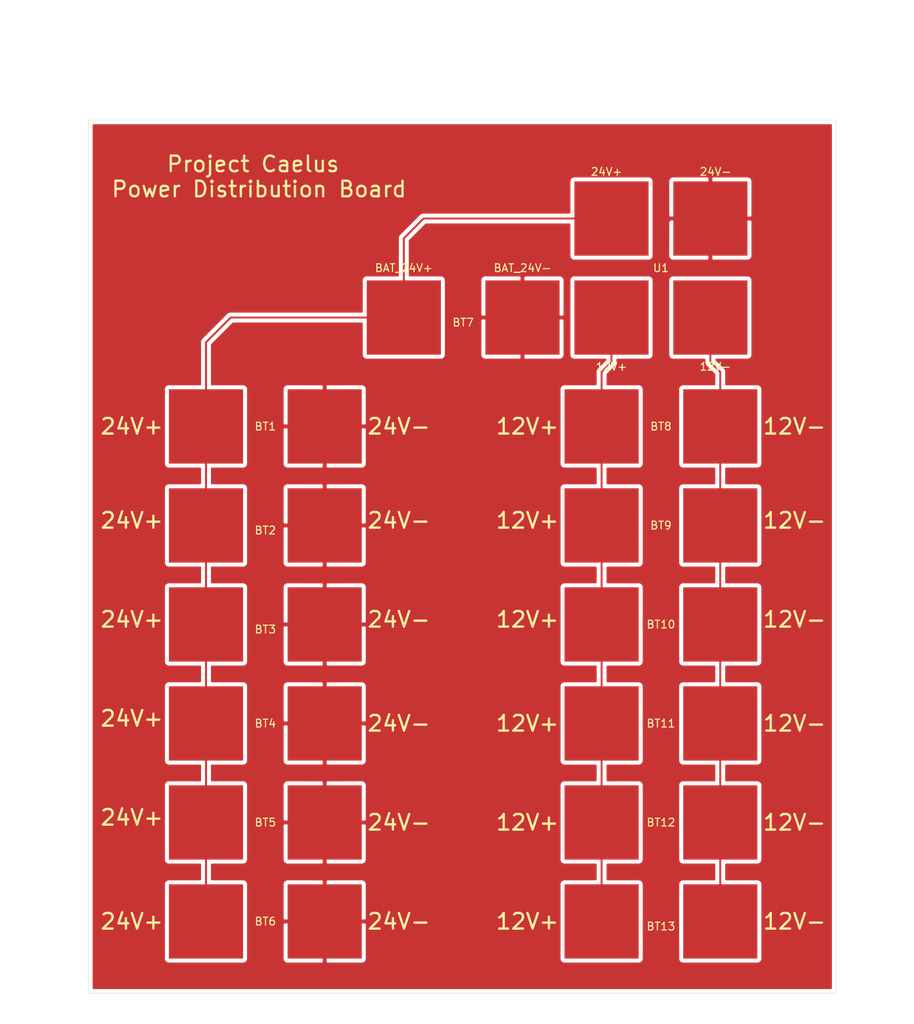
<source format=kicad_pcb>
(kicad_pcb (version 20171130) (host pcbnew "(5.1.10)-1")

  (general
    (thickness 1.6)
    (drawings 35)
    (tracks 42)
    (zones 0)
    (modules 14)
    (nets 5)
  )

  (page A4)
  (layers
    (0 F.Cu signal)
    (31 B.Cu signal)
    (32 B.Adhes user)
    (33 F.Adhes user)
    (34 B.Paste user)
    (35 F.Paste user)
    (36 B.SilkS user)
    (37 F.SilkS user)
    (38 B.Mask user)
    (39 F.Mask user)
    (40 Dwgs.User user)
    (41 Cmts.User user)
    (42 Eco1.User user)
    (43 Eco2.User user)
    (44 Edge.Cuts user)
    (45 Margin user)
    (46 B.CrtYd user)
    (47 F.CrtYd user)
    (48 B.Fab user)
    (49 F.Fab user)
  )

  (setup
    (last_trace_width 0.25)
    (user_trace_width 24.3)
    (trace_clearance 0.2)
    (zone_clearance 0.508)
    (zone_45_only no)
    (trace_min 0.2)
    (via_size 0.8)
    (via_drill 0.4)
    (via_min_size 0.4)
    (via_min_drill 0.3)
    (uvia_size 0.3)
    (uvia_drill 0.1)
    (uvias_allowed no)
    (uvia_min_size 0.2)
    (uvia_min_drill 0.1)
    (edge_width 0.05)
    (segment_width 0.2)
    (pcb_text_width 0.3)
    (pcb_text_size 1.5 1.5)
    (mod_edge_width 0.12)
    (mod_text_size 1 1)
    (mod_text_width 0.15)
    (pad_size 1.524 1.524)
    (pad_drill 0.762)
    (pad_to_mask_clearance 0)
    (aux_axis_origin 0 0)
    (visible_elements 7FFFF7FF)
    (pcbplotparams
      (layerselection 0x010fc_ffffffff)
      (usegerberextensions false)
      (usegerberattributes true)
      (usegerberadvancedattributes true)
      (creategerberjobfile true)
      (excludeedgelayer true)
      (linewidth 0.100000)
      (plotframeref false)
      (viasonmask false)
      (mode 1)
      (useauxorigin false)
      (hpglpennumber 1)
      (hpglpenspeed 20)
      (hpglpendiameter 15.000000)
      (psnegative false)
      (psa4output false)
      (plotreference true)
      (plotvalue true)
      (plotinvisibletext false)
      (padsonsilk false)
      (subtractmaskfromsilk false)
      (outputformat 1)
      (mirror false)
      (drillshape 1)
      (scaleselection 1)
      (outputdirectory ""))
  )

  (net 0 "")
  (net 1 "Net-(BT1-Pad2)")
  (net 2 "Net-(BT1-Pad1)")
  (net 3 "Net-(BT10-Pad2)")
  (net 4 "Net-(BT10-Pad1)")

  (net_class Default "This is the default net class."
    (clearance 0.2)
    (trace_width 0.25)
    (via_dia 0.8)
    (via_drill 0.4)
    (uvia_dia 0.3)
    (uvia_drill 0.1)
    (add_net "Net-(BT1-Pad1)")
    (add_net "Net-(BT1-Pad2)")
    (add_net "Net-(BT10-Pad1)")
    (add_net "Net-(BT10-Pad2)")
  )

  (module Launchbox:Lipo_Battery_Connector (layer F.Cu) (tedit 5F641BA3) (tstamp 60082FA5)
    (at 132.715 74.295)
    (path /6007DDED)
    (fp_text reference BT1 (at 0 0) (layer F.SilkS)
      (effects (font (size 1 1) (thickness 0.15)))
    )
    (fp_text value Battery_Cell (at 0 -5.715) (layer F.Fab)
      (effects (font (size 1 1) (thickness 0.15)))
    )
    (pad 2 smd rect (at 7.62 0) (size 9.525 9.525) (layers F.Cu F.Paste F.Mask)
      (net 1 "Net-(BT1-Pad2)"))
    (pad 1 smd rect (at -7.62 0) (size 9.525 9.525) (layers F.Cu F.Paste F.Mask)
      (net 2 "Net-(BT1-Pad1)"))
  )

  (module Launchbox:Lipo_Battery_Connector (layer F.Cu) (tedit 5F641BA3) (tstamp 60082F96)
    (at 132.715 86.995)
    (path /6007ED22)
    (fp_text reference BT2 (at 0 0.635) (layer F.SilkS)
      (effects (font (size 1 1) (thickness 0.15)))
    )
    (fp_text value Battery_Cell (at 0 -5.715) (layer F.Fab)
      (effects (font (size 1 1) (thickness 0.15)))
    )
    (pad 1 smd rect (at -7.62 0) (size 9.525 9.525) (layers F.Cu F.Paste F.Mask)
      (net 2 "Net-(BT1-Pad1)"))
    (pad 2 smd rect (at 7.62 0) (size 9.525 9.525) (layers F.Cu F.Paste F.Mask)
      (net 1 "Net-(BT1-Pad2)"))
  )

  (module Launchbox:Lipo_Battery_Connector (layer F.Cu) (tedit 5F641BA3) (tstamp 60082F87)
    (at 132.715 99.695)
    (path /6007F32E)
    (fp_text reference BT3 (at 0 0.635) (layer F.SilkS)
      (effects (font (size 1 1) (thickness 0.15)))
    )
    (fp_text value Battery_Cell (at 0.08 -5.715) (layer F.Fab)
      (effects (font (size 1 1) (thickness 0.15)))
    )
    (pad 2 smd rect (at 7.62 0) (size 9.525 9.525) (layers F.Cu F.Paste F.Mask)
      (net 1 "Net-(BT1-Pad2)"))
    (pad 1 smd rect (at -7.62 0) (size 9.525 9.525) (layers F.Cu F.Paste F.Mask)
      (net 2 "Net-(BT1-Pad1)"))
  )

  (module Launchbox:Lipo_Battery_Connector (layer F.Cu) (tedit 5F641BA3) (tstamp 60082F78)
    (at 132.715 112.395)
    (path /6007F8E5)
    (fp_text reference BT4 (at 0 0) (layer F.SilkS)
      (effects (font (size 1 1) (thickness 0.15)))
    )
    (fp_text value Battery_Cell (at 0.08 -5.715) (layer F.Fab)
      (effects (font (size 1 1) (thickness 0.15)))
    )
    (pad 1 smd rect (at -7.62 0) (size 9.525 9.525) (layers F.Cu F.Paste F.Mask)
      (net 2 "Net-(BT1-Pad1)"))
    (pad 2 smd rect (at 7.62 0) (size 9.525 9.525) (layers F.Cu F.Paste F.Mask)
      (net 1 "Net-(BT1-Pad2)"))
  )

  (module Launchbox:Lipo_Battery_Connector (layer F.Cu) (tedit 5F641BA3) (tstamp 60082F69)
    (at 132.715 125.095)
    (path /6007FEA6)
    (fp_text reference BT5 (at 0 0) (layer F.SilkS)
      (effects (font (size 1 1) (thickness 0.15)))
    )
    (fp_text value Battery_Cell (at 0.08 -5.715) (layer F.Fab)
      (effects (font (size 1 1) (thickness 0.15)))
    )
    (pad 2 smd rect (at 7.62 0) (size 9.525 9.525) (layers F.Cu F.Paste F.Mask)
      (net 1 "Net-(BT1-Pad2)"))
    (pad 1 smd rect (at -7.62 0) (size 9.525 9.525) (layers F.Cu F.Paste F.Mask)
      (net 2 "Net-(BT1-Pad1)"))
  )

  (module Launchbox:Lipo_Battery_Connector (layer F.Cu) (tedit 5F641BA3) (tstamp 60082F5A)
    (at 132.715 137.795)
    (path /60080593)
    (fp_text reference BT6 (at 0 0) (layer F.SilkS)
      (effects (font (size 1 1) (thickness 0.15)))
    )
    (fp_text value Battery_Cell (at 0.08 -5.715) (layer F.Fab)
      (effects (font (size 1 1) (thickness 0.15)))
    )
    (pad 1 smd rect (at -7.62 0) (size 9.525 9.525) (layers F.Cu F.Paste F.Mask)
      (net 2 "Net-(BT1-Pad1)"))
    (pad 2 smd rect (at 7.62 0) (size 9.525 9.525) (layers F.Cu F.Paste F.Mask)
      (net 1 "Net-(BT1-Pad2)"))
  )

  (module Launchbox:Lipo_Battery_Connector (layer F.Cu) (tedit 5F641BA3) (tstamp 60082F4B)
    (at 158.115 60.325)
    (path /6007C6D3)
    (fp_text reference BT7 (at 0 0.635) (layer F.SilkS)
      (effects (font (size 1 1) (thickness 0.15)))
    )
    (fp_text value Battery_Cell (at 0.08 -5.715) (layer F.Fab)
      (effects (font (size 1 1) (thickness 0.15)))
    )
    (pad 1 smd rect (at -7.62 0) (size 9.525 9.525) (layers F.Cu F.Paste F.Mask)
      (net 2 "Net-(BT1-Pad1)"))
    (pad 2 smd rect (at 7.62 0) (size 9.525 9.525) (layers F.Cu F.Paste F.Mask)
      (net 1 "Net-(BT1-Pad2)"))
  )

  (module Launchbox:Lipo_Battery_Connector (layer F.Cu) (tedit 5F641BA3) (tstamp 60082F3C)
    (at 183.515 74.295)
    (path /600844CE)
    (fp_text reference BT8 (at 0 0) (layer F.SilkS)
      (effects (font (size 1 1) (thickness 0.15)))
    )
    (fp_text value Battery_Cell (at 0.08 -5.715) (layer F.Fab)
      (effects (font (size 1 1) (thickness 0.15)))
    )
    (pad 2 smd rect (at 7.62 0) (size 9.525 9.525) (layers F.Cu F.Paste F.Mask)
      (net 3 "Net-(BT10-Pad2)"))
    (pad 1 smd rect (at -7.62 0) (size 9.525 9.525) (layers F.Cu F.Paste F.Mask)
      (net 4 "Net-(BT10-Pad1)"))
  )

  (module Launchbox:Lipo_Battery_Connector (layer F.Cu) (tedit 5F641BA3) (tstamp 60082F2D)
    (at 183.515 86.995)
    (path /600854B1)
    (fp_text reference BT9 (at 0 0) (layer F.SilkS)
      (effects (font (size 1 1) (thickness 0.15)))
    )
    (fp_text value Battery_Cell (at 0 -5.715) (layer F.Fab)
      (effects (font (size 1 1) (thickness 0.15)))
    )
    (pad 1 smd rect (at -7.62 0) (size 9.525 9.525) (layers F.Cu F.Paste F.Mask)
      (net 4 "Net-(BT10-Pad1)"))
    (pad 2 smd rect (at 7.62 0) (size 9.525 9.525) (layers F.Cu F.Paste F.Mask)
      (net 3 "Net-(BT10-Pad2)"))
  )

  (module Launchbox:Lipo_Battery_Connector (layer F.Cu) (tedit 5F641BA3) (tstamp 60082F1E)
    (at 183.515 99.695)
    (path /60085CAA)
    (fp_text reference BT10 (at 0 0) (layer F.SilkS)
      (effects (font (size 1 1) (thickness 0.15)))
    )
    (fp_text value Battery_Cell (at 0 -5.715) (layer F.Fab)
      (effects (font (size 1 1) (thickness 0.15)))
    )
    (pad 2 smd rect (at 7.62 0) (size 9.525 9.525) (layers F.Cu F.Paste F.Mask)
      (net 3 "Net-(BT10-Pad2)"))
    (pad 1 smd rect (at -7.62 0) (size 9.525 9.525) (layers F.Cu F.Paste F.Mask)
      (net 4 "Net-(BT10-Pad1)"))
  )

  (module Launchbox:Lipo_Battery_Connector (layer F.Cu) (tedit 5F641BA3) (tstamp 60082EEE)
    (at 183.515 112.395)
    (path /600868C9)
    (fp_text reference BT11 (at 0 0) (layer F.SilkS)
      (effects (font (size 1 1) (thickness 0.15)))
    )
    (fp_text value Battery_Cell (at 0 -5.715) (layer F.Fab)
      (effects (font (size 1 1) (thickness 0.15)))
    )
    (pad 1 smd rect (at -7.62 0) (size 9.525 9.525) (layers F.Cu F.Paste F.Mask)
      (net 4 "Net-(BT10-Pad1)"))
    (pad 2 smd rect (at 7.62 0) (size 9.525 9.525) (layers F.Cu F.Paste F.Mask)
      (net 3 "Net-(BT10-Pad2)"))
  )

  (module Launchbox:Lipo_Battery_Connector (layer F.Cu) (tedit 5F641BA3) (tstamp 60082ED0)
    (at 183.515 125.095)
    (path /60087571)
    (fp_text reference BT12 (at 0 0) (layer F.SilkS)
      (effects (font (size 1 1) (thickness 0.15)))
    )
    (fp_text value Battery_Cell (at 0.08 -5.715) (layer F.Fab)
      (effects (font (size 1 1) (thickness 0.15)))
    )
    (pad 2 smd rect (at 7.62 0) (size 9.525 9.525) (layers F.Cu F.Paste F.Mask)
      (net 3 "Net-(BT10-Pad2)"))
    (pad 1 smd rect (at -7.62 0) (size 9.525 9.525) (layers F.Cu F.Paste F.Mask)
      (net 4 "Net-(BT10-Pad1)"))
  )

  (module Launchbox:Lipo_Battery_Connector (layer F.Cu) (tedit 5F641BA3) (tstamp 60082EDF)
    (at 183.515 137.795)
    (path /60088029)
    (fp_text reference BT13 (at 0 0.635) (layer F.SilkS)
      (effects (font (size 1 1) (thickness 0.15)))
    )
    (fp_text value Battery_Cell (at 0.08 -5.715) (layer F.Fab)
      (effects (font (size 1 1) (thickness 0.15)))
    )
    (pad 1 smd rect (at -7.62 0) (size 9.525 9.525) (layers F.Cu F.Paste F.Mask)
      (net 4 "Net-(BT10-Pad1)"))
    (pad 2 smd rect (at 7.62 0) (size 9.525 9.525) (layers F.Cu F.Paste F.Mask)
      (net 3 "Net-(BT10-Pad2)"))
  )

  (module Launchbox:24V_12V_Regulator (layer F.Cu) (tedit 6007CE30) (tstamp 60082F03)
    (at 183.515 47.625)
    (path /60089A8B)
    (fp_text reference U1 (at 0 6.35) (layer F.SilkS)
      (effects (font (size 1 1) (thickness 0.15)))
    )
    (fp_text value 24V_12V_Regulator (at 0 -7.62) (layer F.Fab)
      (effects (font (size 1 1) (thickness 0.15)))
    )
    (fp_text user 24V+ (at -6.985 -6) (layer F.SilkS)
      (effects (font (size 1 1) (thickness 0.15)))
    )
    (fp_text user 24V- (at 7 -6) (layer F.SilkS)
      (effects (font (size 1 1) (thickness 0.15)))
    )
    (fp_text user 12V+ (at -6.35 19) (layer F.SilkS)
      (effects (font (size 1 1) (thickness 0.15)))
    )
    (fp_text user 12V- (at 6.985 19) (layer F.SilkS)
      (effects (font (size 1 1) (thickness 0.15)))
    )
    (pad 1 smd rect (at -6.35 0) (size 9.525 9.525) (layers F.Cu F.Paste F.Mask)
      (net 2 "Net-(BT1-Pad1)"))
    (pad 2 smd rect (at 6.35 0) (size 9.525 9.525) (layers F.Cu F.Paste F.Mask)
      (net 1 "Net-(BT1-Pad2)"))
    (pad 3 smd rect (at -6.35 12.7) (size 9.525 9.525) (layers F.Cu F.Paste F.Mask)
      (net 4 "Net-(BT10-Pad1)"))
    (pad 4 smd rect (at 6.35 12.7) (size 9.525 9.525) (layers F.Cu F.Paste F.Mask)
      (net 3 "Net-(BT10-Pad2)"))
  )

  (dimension 112 (width 0.15) (layer Dwgs.User)
    (gr_text "4.4094 in" (at 214.66 91 270) (layer Dwgs.User)
      (effects (font (size 1 1) (thickness 0.15)))
    )
    (feature1 (pts (xy 206 147) (xy 213.946421 147)))
    (feature2 (pts (xy 206 35) (xy 213.946421 35)))
    (crossbar (pts (xy 213.36 35) (xy 213.36 147)))
    (arrow1a (pts (xy 213.36 147) (xy 212.773579 145.873496)))
    (arrow1b (pts (xy 213.36 147) (xy 213.946421 145.873496)))
    (arrow2a (pts (xy 213.36 35) (xy 212.773579 36.126504)))
    (arrow2b (pts (xy 213.36 35) (xy 213.946421 36.126504)))
  )
  (dimension 96 (width 0.15) (layer Dwgs.User)
    (gr_text "3.7795 in" (at 158 26.64) (layer Dwgs.User)
      (effects (font (size 1 1) (thickness 0.15)))
    )
    (feature1 (pts (xy 206 35) (xy 206 27.353579)))
    (feature2 (pts (xy 110 35) (xy 110 27.353579)))
    (crossbar (pts (xy 110 27.94) (xy 206 27.94)))
    (arrow1a (pts (xy 206 27.94) (xy 204.873496 28.526421)))
    (arrow1b (pts (xy 206 27.94) (xy 204.873496 27.353579)))
    (arrow2a (pts (xy 110 27.94) (xy 111.126504 28.526421)))
    (arrow2b (pts (xy 110 27.94) (xy 111.126504 27.353579)))
  )
  (dimension 112 (width 0.15) (layer Dwgs.User)
    (gr_text "112.000 mm" (at 210.85 91 270) (layer Dwgs.User)
      (effects (font (size 1 1) (thickness 0.15)))
    )
    (feature1 (pts (xy 206 147) (xy 210.136421 147)))
    (feature2 (pts (xy 206 35) (xy 210.136421 35)))
    (crossbar (pts (xy 209.55 35) (xy 209.55 147)))
    (arrow1a (pts (xy 209.55 147) (xy 208.963579 145.873496)))
    (arrow1b (pts (xy 209.55 147) (xy 210.136421 145.873496)))
    (arrow2a (pts (xy 209.55 35) (xy 208.963579 36.126504)))
    (arrow2b (pts (xy 209.55 35) (xy 210.136421 36.126504)))
  )
  (dimension 96 (width 0.15) (layer Dwgs.User)
    (gr_text "96.000 mm" (at 158 20.29) (layer Dwgs.User)
      (effects (font (size 1 1) (thickness 0.15)))
    )
    (feature1 (pts (xy 206 35) (xy 206 21.003579)))
    (feature2 (pts (xy 110 35) (xy 110 21.003579)))
    (crossbar (pts (xy 110 21.59) (xy 206 21.59)))
    (arrow1a (pts (xy 206 21.59) (xy 204.873496 22.176421)))
    (arrow1b (pts (xy 206 21.59) (xy 204.873496 21.003579)))
    (arrow2a (pts (xy 110 21.59) (xy 111.126504 22.176421)))
    (arrow2b (pts (xy 110 21.59) (xy 111.126504 21.003579)))
  )
  (gr_text "Project Caelus \nPower Distribution Board" (at 131.9 42.25) (layer F.SilkS)
    (effects (font (size 2 2) (thickness 0.3)))
  )
  (gr_line (start 110 147) (end 110 35) (layer Edge.Cuts) (width 0.05) (tstamp 60083116))
  (gr_line (start 206 147) (end 110 147) (layer Edge.Cuts) (width 0.05))
  (gr_line (start 206 35) (end 206 147) (layer Edge.Cuts) (width 0.05))
  (gr_line (start 110 35) (end 206 35) (layer Edge.Cuts) (width 0.05))
  (gr_text BAT_24V- (at 165.735 53.975) (layer F.SilkS)
    (effects (font (size 1 1) (thickness 0.15)))
  )
  (gr_text BAT_24V+ (at 150.495 53.975) (layer F.SilkS)
    (effects (font (size 1 1) (thickness 0.15)))
  )
  (gr_text 12V- (at 200.66 137.795) (layer F.SilkS)
    (effects (font (size 2 2) (thickness 0.3)))
  )
  (gr_text 12V- (at 200.66 125.095) (layer F.SilkS)
    (effects (font (size 2 2) (thickness 0.3)))
  )
  (gr_text 12V- (at 200.66 112.395) (layer F.SilkS)
    (effects (font (size 2 2) (thickness 0.3)))
  )
  (gr_text 12V- (at 200.66 99.06) (layer F.SilkS)
    (effects (font (size 2 2) (thickness 0.3)))
  )
  (gr_text 12V- (at 200.66 86.36) (layer F.SilkS)
    (effects (font (size 2 2) (thickness 0.3)))
  )
  (gr_text 12V- (at 200.66 74.295) (layer F.SilkS)
    (effects (font (size 2 2) (thickness 0.3)))
  )
  (gr_text 12V+ (at 166.37 137.795) (layer F.SilkS)
    (effects (font (size 2 2) (thickness 0.3)))
  )
  (gr_text 12V+ (at 166.37 125.095) (layer F.SilkS)
    (effects (font (size 2 2) (thickness 0.3)))
  )
  (gr_text 12V+ (at 166.37 112.395) (layer F.SilkS)
    (effects (font (size 2 2) (thickness 0.3)))
  )
  (gr_text 12V+ (at 166.37 99.06) (layer F.SilkS)
    (effects (font (size 2 2) (thickness 0.3)))
  )
  (gr_text 12V+ (at 166.37 86.36) (layer F.SilkS)
    (effects (font (size 2 2) (thickness 0.3)))
  )
  (gr_text 12V+ (at 166.37 74.295) (layer F.SilkS)
    (effects (font (size 2 2) (thickness 0.3)))
  )
  (gr_text 24V- (at 149.86 137.795) (layer F.SilkS)
    (effects (font (size 2 2) (thickness 0.3)))
  )
  (gr_text 24V- (at 149.86 125.095) (layer F.SilkS)
    (effects (font (size 2 2) (thickness 0.3)))
  )
  (gr_text 24V- (at 149.86 112.395) (layer F.SilkS)
    (effects (font (size 2 2) (thickness 0.3)))
  )
  (gr_text 24V- (at 149.86 99.06) (layer F.SilkS) (tstamp 60082FD0)
    (effects (font (size 2 2) (thickness 0.3)))
  )
  (gr_text 24V+ (at 115.57 137.795) (layer F.SilkS)
    (effects (font (size 2 2) (thickness 0.3)))
  )
  (gr_text 24V+ (at 115.57 124.46) (layer F.SilkS)
    (effects (font (size 2 2) (thickness 0.3)))
  )
  (gr_text 24V+ (at 115.57 111.76) (layer F.SilkS)
    (effects (font (size 2 2) (thickness 0.3)))
  )
  (gr_text 24V+ (at 115.57 99.06) (layer F.SilkS)
    (effects (font (size 2 2) (thickness 0.3)))
  )
  (gr_text 24V- (at 149.86 86.36) (layer F.SilkS)
    (effects (font (size 2 2) (thickness 0.3)))
  )
  (gr_text 24V+ (at 115.57 86.36) (layer F.SilkS)
    (effects (font (size 2 2) (thickness 0.3)))
  )
  (gr_text 24V- (at 149.86 74.295) (layer F.SilkS)
    (effects (font (size 2 2) (thickness 0.3)))
  )
  (gr_text 24V+ (at 115.57 74.295) (layer F.SilkS)
    (effects (font (size 2 2) (thickness 0.3)))
  )

  (segment (start 165.735 60.325) (end 165.735 70.485) (width 0.25) (layer F.Cu) (net 1))
  (segment (start 161.925 74.295) (end 140.335 74.295) (width 0.25) (layer F.Cu) (net 1))
  (segment (start 165.735 70.485) (end 161.925 74.295) (width 0.25) (layer F.Cu) (net 1))
  (segment (start 140.335 74.295) (end 140.335 86.995) (width 0.25) (layer F.Cu) (net 1))
  (segment (start 140.335 86.995) (end 140.335 99.695) (width 0.25) (layer F.Cu) (net 1))
  (segment (start 140.335 99.695) (end 140.335 112.395) (width 0.25) (layer F.Cu) (net 1))
  (segment (start 140.335 112.395) (end 140.335 125.095) (width 0.25) (layer F.Cu) (net 1))
  (segment (start 140.335 125.095) (end 140.335 137.795) (width 0.25) (layer F.Cu) (net 1))
  (segment (start 184.8525 47.625) (end 183.515 48.9625) (width 0.25) (layer F.Cu) (net 1))
  (segment (start 189.865 47.625) (end 184.8525 47.625) (width 0.25) (layer F.Cu) (net 1))
  (segment (start 183.515 48.9625) (end 183.515 52.705) (width 0.25) (layer F.Cu) (net 1))
  (segment (start 183.515 52.705) (end 182.245 53.975) (width 0.25) (layer F.Cu) (net 1))
  (segment (start 182.245 53.975) (end 167.005 53.975) (width 0.25) (layer F.Cu) (net 1))
  (segment (start 165.735 55.245) (end 165.735 60.325) (width 0.25) (layer F.Cu) (net 1))
  (segment (start 167.005 53.975) (end 165.735 55.245) (width 0.25) (layer F.Cu) (net 1))
  (segment (start 150.495 60.325) (end 128.27 60.325) (width 0.25) (layer F.Cu) (net 2))
  (segment (start 125.095 63.5) (end 125.095 74.295) (width 0.25) (layer F.Cu) (net 2))
  (segment (start 128.27 60.325) (end 125.095 63.5) (width 0.25) (layer F.Cu) (net 2))
  (segment (start 125.095 74.295) (end 125.095 86.995) (width 0.25) (layer F.Cu) (net 2))
  (segment (start 125.095 86.995) (end 125.095 99.695) (width 0.25) (layer F.Cu) (net 2))
  (segment (start 125.095 99.695) (end 125.095 112.395) (width 0.25) (layer F.Cu) (net 2))
  (segment (start 125.095 112.395) (end 125.095 125.095) (width 0.25) (layer F.Cu) (net 2))
  (segment (start 125.095 125.095) (end 125.095 137.795) (width 0.25) (layer F.Cu) (net 2))
  (segment (start 177.165 47.625) (end 153.035 47.625) (width 0.25) (layer F.Cu) (net 2))
  (segment (start 150.495 50.165) (end 150.495 60.325) (width 0.25) (layer F.Cu) (net 2))
  (segment (start 153.035 47.625) (end 150.495 50.165) (width 0.25) (layer F.Cu) (net 2))
  (segment (start 191.135 74.295) (end 191.135 86.995) (width 0.25) (layer F.Cu) (net 3))
  (segment (start 191.135 86.995) (end 191.135 99.695) (width 0.25) (layer F.Cu) (net 3))
  (segment (start 191.135 99.695) (end 191.135 112.395) (width 0.25) (layer F.Cu) (net 3))
  (segment (start 191.135 112.395) (end 191.135 125.095) (width 0.25) (layer F.Cu) (net 3))
  (segment (start 191.135 125.095) (end 191.135 137.795) (width 0.25) (layer F.Cu) (net 3))
  (segment (start 189.865 60.325) (end 189.865 66.04) (width 0.25) (layer F.Cu) (net 3))
  (segment (start 191.135 67.31) (end 191.135 74.295) (width 0.25) (layer F.Cu) (net 3))
  (segment (start 189.865 66.04) (end 191.135 67.31) (width 0.25) (layer F.Cu) (net 3))
  (segment (start 177.165 60.325) (end 177.165 66.04) (width 0.25) (layer F.Cu) (net 4))
  (segment (start 175.895 67.31) (end 175.895 74.295) (width 0.25) (layer F.Cu) (net 4))
  (segment (start 177.165 66.04) (end 175.895 67.31) (width 0.25) (layer F.Cu) (net 4))
  (segment (start 175.895 74.295) (end 175.895 86.995) (width 0.25) (layer F.Cu) (net 4))
  (segment (start 175.895 86.995) (end 175.895 99.695) (width 0.25) (layer F.Cu) (net 4))
  (segment (start 175.895 99.695) (end 175.895 112.395) (width 0.25) (layer F.Cu) (net 4))
  (segment (start 175.895 112.395) (end 175.895 125.095) (width 0.25) (layer F.Cu) (net 4))
  (segment (start 175.895 125.095) (end 175.895 137.795) (width 0.25) (layer F.Cu) (net 4))

  (zone (net 1) (net_name "Net-(BT1-Pad2)") (layer F.Cu) (tstamp 0) (hatch edge 0.508)
    (connect_pads (clearance 0.508))
    (min_thickness 0.254)
    (fill yes (arc_segments 32) (thermal_gap 0.508) (thermal_bridge_width 0.508))
    (polygon
      (pts
        (xy 208.69 34.06) (xy 207.31 149.67) (xy 107.94 148.92) (xy 98.68 65.2) (xy 98.64 65.18)
        (xy 107.31 32.44)
      )
    )
    (filled_polygon
      (pts
        (xy 205.340001 146.34) (xy 110.66 146.34) (xy 110.66 69.5325) (xy 119.694428 69.5325) (xy 119.694428 79.0575)
        (xy 119.706688 79.181982) (xy 119.742998 79.30168) (xy 119.801963 79.411994) (xy 119.881315 79.508685) (xy 119.978006 79.588037)
        (xy 120.08832 79.647002) (xy 120.208018 79.683312) (xy 120.3325 79.695572) (xy 124.335 79.695572) (xy 124.335001 81.594428)
        (xy 120.3325 81.594428) (xy 120.208018 81.606688) (xy 120.08832 81.642998) (xy 119.978006 81.701963) (xy 119.881315 81.781315)
        (xy 119.801963 81.878006) (xy 119.742998 81.98832) (xy 119.706688 82.108018) (xy 119.694428 82.2325) (xy 119.694428 91.7575)
        (xy 119.706688 91.881982) (xy 119.742998 92.00168) (xy 119.801963 92.111994) (xy 119.881315 92.208685) (xy 119.978006 92.288037)
        (xy 120.08832 92.347002) (xy 120.208018 92.383312) (xy 120.3325 92.395572) (xy 124.335 92.395572) (xy 124.335001 94.294428)
        (xy 120.3325 94.294428) (xy 120.208018 94.306688) (xy 120.08832 94.342998) (xy 119.978006 94.401963) (xy 119.881315 94.481315)
        (xy 119.801963 94.578006) (xy 119.742998 94.68832) (xy 119.706688 94.808018) (xy 119.694428 94.9325) (xy 119.694428 104.4575)
        (xy 119.706688 104.581982) (xy 119.742998 104.70168) (xy 119.801963 104.811994) (xy 119.881315 104.908685) (xy 119.978006 104.988037)
        (xy 120.08832 105.047002) (xy 120.208018 105.083312) (xy 120.3325 105.095572) (xy 124.335 105.095572) (xy 124.335001 106.994428)
        (xy 120.3325 106.994428) (xy 120.208018 107.006688) (xy 120.08832 107.042998) (xy 119.978006 107.101963) (xy 119.881315 107.181315)
        (xy 119.801963 107.278006) (xy 119.742998 107.38832) (xy 119.706688 107.508018) (xy 119.694428 107.6325) (xy 119.694428 117.1575)
        (xy 119.706688 117.281982) (xy 119.742998 117.40168) (xy 119.801963 117.511994) (xy 119.881315 117.608685) (xy 119.978006 117.688037)
        (xy 120.08832 117.747002) (xy 120.208018 117.783312) (xy 120.3325 117.795572) (xy 124.335 117.795572) (xy 124.335001 119.694428)
        (xy 120.3325 119.694428) (xy 120.208018 119.706688) (xy 120.08832 119.742998) (xy 119.978006 119.801963) (xy 119.881315 119.881315)
        (xy 119.801963 119.978006) (xy 119.742998 120.08832) (xy 119.706688 120.208018) (xy 119.694428 120.3325) (xy 119.694428 129.8575)
        (xy 119.706688 129.981982) (xy 119.742998 130.10168) (xy 119.801963 130.211994) (xy 119.881315 130.308685) (xy 119.978006 130.388037)
        (xy 120.08832 130.447002) (xy 120.208018 130.483312) (xy 120.3325 130.495572) (xy 124.335 130.495572) (xy 124.335001 132.394428)
        (xy 120.3325 132.394428) (xy 120.208018 132.406688) (xy 120.08832 132.442998) (xy 119.978006 132.501963) (xy 119.881315 132.581315)
        (xy 119.801963 132.678006) (xy 119.742998 132.78832) (xy 119.706688 132.908018) (xy 119.694428 133.0325) (xy 119.694428 142.5575)
        (xy 119.706688 142.681982) (xy 119.742998 142.80168) (xy 119.801963 142.911994) (xy 119.881315 143.008685) (xy 119.978006 143.088037)
        (xy 120.08832 143.147002) (xy 120.208018 143.183312) (xy 120.3325 143.195572) (xy 129.8575 143.195572) (xy 129.981982 143.183312)
        (xy 130.10168 143.147002) (xy 130.211994 143.088037) (xy 130.308685 143.008685) (xy 130.388037 142.911994) (xy 130.447002 142.80168)
        (xy 130.483312 142.681982) (xy 130.495572 142.5575) (xy 134.934428 142.5575) (xy 134.946688 142.681982) (xy 134.982998 142.80168)
        (xy 135.041963 142.911994) (xy 135.121315 143.008685) (xy 135.218006 143.088037) (xy 135.32832 143.147002) (xy 135.448018 143.183312)
        (xy 135.5725 143.195572) (xy 140.04925 143.1925) (xy 140.208 143.03375) (xy 140.208 137.922) (xy 140.462 137.922)
        (xy 140.462 143.03375) (xy 140.62075 143.1925) (xy 145.0975 143.195572) (xy 145.221982 143.183312) (xy 145.34168 143.147002)
        (xy 145.451994 143.088037) (xy 145.548685 143.008685) (xy 145.628037 142.911994) (xy 145.687002 142.80168) (xy 145.723312 142.681982)
        (xy 145.735572 142.5575) (xy 145.7325 138.08075) (xy 145.57375 137.922) (xy 140.462 137.922) (xy 140.208 137.922)
        (xy 135.09625 137.922) (xy 134.9375 138.08075) (xy 134.934428 142.5575) (xy 130.495572 142.5575) (xy 130.495572 133.0325)
        (xy 134.934428 133.0325) (xy 134.9375 137.50925) (xy 135.09625 137.668) (xy 140.208 137.668) (xy 140.208 132.55625)
        (xy 140.462 132.55625) (xy 140.462 137.668) (xy 145.57375 137.668) (xy 145.7325 137.50925) (xy 145.735572 133.0325)
        (xy 145.723312 132.908018) (xy 145.687002 132.78832) (xy 145.628037 132.678006) (xy 145.548685 132.581315) (xy 145.451994 132.501963)
        (xy 145.34168 132.442998) (xy 145.221982 132.406688) (xy 145.0975 132.394428) (xy 140.62075 132.3975) (xy 140.462 132.55625)
        (xy 140.208 132.55625) (xy 140.04925 132.3975) (xy 135.5725 132.394428) (xy 135.448018 132.406688) (xy 135.32832 132.442998)
        (xy 135.218006 132.501963) (xy 135.121315 132.581315) (xy 135.041963 132.678006) (xy 134.982998 132.78832) (xy 134.946688 132.908018)
        (xy 134.934428 133.0325) (xy 130.495572 133.0325) (xy 130.483312 132.908018) (xy 130.447002 132.78832) (xy 130.388037 132.678006)
        (xy 130.308685 132.581315) (xy 130.211994 132.501963) (xy 130.10168 132.442998) (xy 129.981982 132.406688) (xy 129.8575 132.394428)
        (xy 125.855 132.394428) (xy 125.855 130.495572) (xy 129.8575 130.495572) (xy 129.981982 130.483312) (xy 130.10168 130.447002)
        (xy 130.211994 130.388037) (xy 130.308685 130.308685) (xy 130.388037 130.211994) (xy 130.447002 130.10168) (xy 130.483312 129.981982)
        (xy 130.495572 129.8575) (xy 134.934428 129.8575) (xy 134.946688 129.981982) (xy 134.982998 130.10168) (xy 135.041963 130.211994)
        (xy 135.121315 130.308685) (xy 135.218006 130.388037) (xy 135.32832 130.447002) (xy 135.448018 130.483312) (xy 135.5725 130.495572)
        (xy 140.04925 130.4925) (xy 140.208 130.33375) (xy 140.208 125.222) (xy 140.462 125.222) (xy 140.462 130.33375)
        (xy 140.62075 130.4925) (xy 145.0975 130.495572) (xy 145.221982 130.483312) (xy 145.34168 130.447002) (xy 145.451994 130.388037)
        (xy 145.548685 130.308685) (xy 145.628037 130.211994) (xy 145.687002 130.10168) (xy 145.723312 129.981982) (xy 145.735572 129.8575)
        (xy 145.7325 125.38075) (xy 145.57375 125.222) (xy 140.462 125.222) (xy 140.208 125.222) (xy 135.09625 125.222)
        (xy 134.9375 125.38075) (xy 134.934428 129.8575) (xy 130.495572 129.8575) (xy 130.495572 120.3325) (xy 134.934428 120.3325)
        (xy 134.9375 124.80925) (xy 135.09625 124.968) (xy 140.208 124.968) (xy 140.208 119.85625) (xy 140.462 119.85625)
        (xy 140.462 124.968) (xy 145.57375 124.968) (xy 145.7325 124.80925) (xy 145.735572 120.3325) (xy 145.723312 120.208018)
        (xy 145.687002 120.08832) (xy 145.628037 119.978006) (xy 145.548685 119.881315) (xy 145.451994 119.801963) (xy 145.34168 119.742998)
        (xy 145.221982 119.706688) (xy 145.0975 119.694428) (xy 140.62075 119.6975) (xy 140.462 119.85625) (xy 140.208 119.85625)
        (xy 140.04925 119.6975) (xy 135.5725 119.694428) (xy 135.448018 119.706688) (xy 135.32832 119.742998) (xy 135.218006 119.801963)
        (xy 135.121315 119.881315) (xy 135.041963 119.978006) (xy 134.982998 120.08832) (xy 134.946688 120.208018) (xy 134.934428 120.3325)
        (xy 130.495572 120.3325) (xy 130.483312 120.208018) (xy 130.447002 120.08832) (xy 130.388037 119.978006) (xy 130.308685 119.881315)
        (xy 130.211994 119.801963) (xy 130.10168 119.742998) (xy 129.981982 119.706688) (xy 129.8575 119.694428) (xy 125.855 119.694428)
        (xy 125.855 117.795572) (xy 129.8575 117.795572) (xy 129.981982 117.783312) (xy 130.10168 117.747002) (xy 130.211994 117.688037)
        (xy 130.308685 117.608685) (xy 130.388037 117.511994) (xy 130.447002 117.40168) (xy 130.483312 117.281982) (xy 130.495572 117.1575)
        (xy 134.934428 117.1575) (xy 134.946688 117.281982) (xy 134.982998 117.40168) (xy 135.041963 117.511994) (xy 135.121315 117.608685)
        (xy 135.218006 117.688037) (xy 135.32832 117.747002) (xy 135.448018 117.783312) (xy 135.5725 117.795572) (xy 140.04925 117.7925)
        (xy 140.208 117.63375) (xy 140.208 112.522) (xy 140.462 112.522) (xy 140.462 117.63375) (xy 140.62075 117.7925)
        (xy 145.0975 117.795572) (xy 145.221982 117.783312) (xy 145.34168 117.747002) (xy 145.451994 117.688037) (xy 145.548685 117.608685)
        (xy 145.628037 117.511994) (xy 145.687002 117.40168) (xy 145.723312 117.281982) (xy 145.735572 117.1575) (xy 145.7325 112.68075)
        (xy 145.57375 112.522) (xy 140.462 112.522) (xy 140.208 112.522) (xy 135.09625 112.522) (xy 134.9375 112.68075)
        (xy 134.934428 117.1575) (xy 130.495572 117.1575) (xy 130.495572 107.6325) (xy 134.934428 107.6325) (xy 134.9375 112.10925)
        (xy 135.09625 112.268) (xy 140.208 112.268) (xy 140.208 107.15625) (xy 140.462 107.15625) (xy 140.462 112.268)
        (xy 145.57375 112.268) (xy 145.7325 112.10925) (xy 145.735572 107.6325) (xy 145.723312 107.508018) (xy 145.687002 107.38832)
        (xy 145.628037 107.278006) (xy 145.548685 107.181315) (xy 145.451994 107.101963) (xy 145.34168 107.042998) (xy 145.221982 107.006688)
        (xy 145.0975 106.994428) (xy 140.62075 106.9975) (xy 140.462 107.15625) (xy 140.208 107.15625) (xy 140.04925 106.9975)
        (xy 135.5725 106.994428) (xy 135.448018 107.006688) (xy 135.32832 107.042998) (xy 135.218006 107.101963) (xy 135.121315 107.181315)
        (xy 135.041963 107.278006) (xy 134.982998 107.38832) (xy 134.946688 107.508018) (xy 134.934428 107.6325) (xy 130.495572 107.6325)
        (xy 130.483312 107.508018) (xy 130.447002 107.38832) (xy 130.388037 107.278006) (xy 130.308685 107.181315) (xy 130.211994 107.101963)
        (xy 130.10168 107.042998) (xy 129.981982 107.006688) (xy 129.8575 106.994428) (xy 125.855 106.994428) (xy 125.855 105.095572)
        (xy 129.8575 105.095572) (xy 129.981982 105.083312) (xy 130.10168 105.047002) (xy 130.211994 104.988037) (xy 130.308685 104.908685)
        (xy 130.388037 104.811994) (xy 130.447002 104.70168) (xy 130.483312 104.581982) (xy 130.495572 104.4575) (xy 134.934428 104.4575)
        (xy 134.946688 104.581982) (xy 134.982998 104.70168) (xy 135.041963 104.811994) (xy 135.121315 104.908685) (xy 135.218006 104.988037)
        (xy 135.32832 105.047002) (xy 135.448018 105.083312) (xy 135.5725 105.095572) (xy 140.04925 105.0925) (xy 140.208 104.93375)
        (xy 140.208 99.822) (xy 140.462 99.822) (xy 140.462 104.93375) (xy 140.62075 105.0925) (xy 145.0975 105.095572)
        (xy 145.221982 105.083312) (xy 145.34168 105.047002) (xy 145.451994 104.988037) (xy 145.548685 104.908685) (xy 145.628037 104.811994)
        (xy 145.687002 104.70168) (xy 145.723312 104.581982) (xy 145.735572 104.4575) (xy 145.7325 99.98075) (xy 145.57375 99.822)
        (xy 140.462 99.822) (xy 140.208 99.822) (xy 135.09625 99.822) (xy 134.9375 99.98075) (xy 134.934428 104.4575)
        (xy 130.495572 104.4575) (xy 130.495572 94.9325) (xy 134.934428 94.9325) (xy 134.9375 99.40925) (xy 135.09625 99.568)
        (xy 140.208 99.568) (xy 140.208 94.45625) (xy 140.462 94.45625) (xy 140.462 99.568) (xy 145.57375 99.568)
        (xy 145.7325 99.40925) (xy 145.735572 94.9325) (xy 145.723312 94.808018) (xy 145.687002 94.68832) (xy 145.628037 94.578006)
        (xy 145.548685 94.481315) (xy 145.451994 94.401963) (xy 145.34168 94.342998) (xy 145.221982 94.306688) (xy 145.0975 94.294428)
        (xy 140.62075 94.2975) (xy 140.462 94.45625) (xy 140.208 94.45625) (xy 140.04925 94.2975) (xy 135.5725 94.294428)
        (xy 135.448018 94.306688) (xy 135.32832 94.342998) (xy 135.218006 94.401963) (xy 135.121315 94.481315) (xy 135.041963 94.578006)
        (xy 134.982998 94.68832) (xy 134.946688 94.808018) (xy 134.934428 94.9325) (xy 130.495572 94.9325) (xy 130.483312 94.808018)
        (xy 130.447002 94.68832) (xy 130.388037 94.578006) (xy 130.308685 94.481315) (xy 130.211994 94.401963) (xy 130.10168 94.342998)
        (xy 129.981982 94.306688) (xy 129.8575 94.294428) (xy 125.855 94.294428) (xy 125.855 92.395572) (xy 129.8575 92.395572)
        (xy 129.981982 92.383312) (xy 130.10168 92.347002) (xy 130.211994 92.288037) (xy 130.308685 92.208685) (xy 130.388037 92.111994)
        (xy 130.447002 92.00168) (xy 130.483312 91.881982) (xy 130.495572 91.7575) (xy 134.934428 91.7575) (xy 134.946688 91.881982)
        (xy 134.982998 92.00168) (xy 135.041963 92.111994) (xy 135.121315 92.208685) (xy 135.218006 92.288037) (xy 135.32832 92.347002)
        (xy 135.448018 92.383312) (xy 135.5725 92.395572) (xy 140.04925 92.3925) (xy 140.208 92.23375) (xy 140.208 87.122)
        (xy 140.462 87.122) (xy 140.462 92.23375) (xy 140.62075 92.3925) (xy 145.0975 92.395572) (xy 145.221982 92.383312)
        (xy 145.34168 92.347002) (xy 145.451994 92.288037) (xy 145.548685 92.208685) (xy 145.628037 92.111994) (xy 145.687002 92.00168)
        (xy 145.723312 91.881982) (xy 145.735572 91.7575) (xy 145.7325 87.28075) (xy 145.57375 87.122) (xy 140.462 87.122)
        (xy 140.208 87.122) (xy 135.09625 87.122) (xy 134.9375 87.28075) (xy 134.934428 91.7575) (xy 130.495572 91.7575)
        (xy 130.495572 82.2325) (xy 134.934428 82.2325) (xy 134.9375 86.70925) (xy 135.09625 86.868) (xy 140.208 86.868)
        (xy 140.208 81.75625) (xy 140.462 81.75625) (xy 140.462 86.868) (xy 145.57375 86.868) (xy 145.7325 86.70925)
        (xy 145.735572 82.2325) (xy 145.723312 82.108018) (xy 145.687002 81.98832) (xy 145.628037 81.878006) (xy 145.548685 81.781315)
        (xy 145.451994 81.701963) (xy 145.34168 81.642998) (xy 145.221982 81.606688) (xy 145.0975 81.594428) (xy 140.62075 81.5975)
        (xy 140.462 81.75625) (xy 140.208 81.75625) (xy 140.04925 81.5975) (xy 135.5725 81.594428) (xy 135.448018 81.606688)
        (xy 135.32832 81.642998) (xy 135.218006 81.701963) (xy 135.121315 81.781315) (xy 135.041963 81.878006) (xy 134.982998 81.98832)
        (xy 134.946688 82.108018) (xy 134.934428 82.2325) (xy 130.495572 82.2325) (xy 130.483312 82.108018) (xy 130.447002 81.98832)
        (xy 130.388037 81.878006) (xy 130.308685 81.781315) (xy 130.211994 81.701963) (xy 130.10168 81.642998) (xy 129.981982 81.606688)
        (xy 129.8575 81.594428) (xy 125.855 81.594428) (xy 125.855 79.695572) (xy 129.8575 79.695572) (xy 129.981982 79.683312)
        (xy 130.10168 79.647002) (xy 130.211994 79.588037) (xy 130.308685 79.508685) (xy 130.388037 79.411994) (xy 130.447002 79.30168)
        (xy 130.483312 79.181982) (xy 130.495572 79.0575) (xy 134.934428 79.0575) (xy 134.946688 79.181982) (xy 134.982998 79.30168)
        (xy 135.041963 79.411994) (xy 135.121315 79.508685) (xy 135.218006 79.588037) (xy 135.32832 79.647002) (xy 135.448018 79.683312)
        (xy 135.5725 79.695572) (xy 140.04925 79.6925) (xy 140.208 79.53375) (xy 140.208 74.422) (xy 140.462 74.422)
        (xy 140.462 79.53375) (xy 140.62075 79.6925) (xy 145.0975 79.695572) (xy 145.221982 79.683312) (xy 145.34168 79.647002)
        (xy 145.451994 79.588037) (xy 145.548685 79.508685) (xy 145.628037 79.411994) (xy 145.687002 79.30168) (xy 145.723312 79.181982)
        (xy 145.735572 79.0575) (xy 145.7325 74.58075) (xy 145.57375 74.422) (xy 140.462 74.422) (xy 140.208 74.422)
        (xy 135.09625 74.422) (xy 134.9375 74.58075) (xy 134.934428 79.0575) (xy 130.495572 79.0575) (xy 130.495572 69.5325)
        (xy 134.934428 69.5325) (xy 134.9375 74.00925) (xy 135.09625 74.168) (xy 140.208 74.168) (xy 140.208 69.05625)
        (xy 140.462 69.05625) (xy 140.462 74.168) (xy 145.57375 74.168) (xy 145.7325 74.00925) (xy 145.735572 69.5325)
        (xy 170.494428 69.5325) (xy 170.494428 79.0575) (xy 170.506688 79.181982) (xy 170.542998 79.30168) (xy 170.601963 79.411994)
        (xy 170.681315 79.508685) (xy 170.778006 79.588037) (xy 170.88832 79.647002) (xy 171.008018 79.683312) (xy 171.1325 79.695572)
        (xy 175.135 79.695572) (xy 175.135001 81.594428) (xy 171.1325 81.594428) (xy 171.008018 81.606688) (xy 170.88832 81.642998)
        (xy 170.778006 81.701963) (xy 170.681315 81.781315) (xy 170.601963 81.878006) (xy 170.542998 81.98832) (xy 170.506688 82.108018)
        (xy 170.494428 82.2325) (xy 170.494428 91.7575) (xy 170.506688 91.881982) (xy 170.542998 92.00168) (xy 170.601963 92.111994)
        (xy 170.681315 92.208685) (xy 170.778006 92.288037) (xy 170.88832 92.347002) (xy 171.008018 92.383312) (xy 171.1325 92.395572)
        (xy 175.135 92.395572) (xy 175.135001 94.294428) (xy 171.1325 94.294428) (xy 171.008018 94.306688) (xy 170.88832 94.342998)
        (xy 170.778006 94.401963) (xy 170.681315 94.481315) (xy 170.601963 94.578006) (xy 170.542998 94.68832) (xy 170.506688 94.808018)
        (xy 170.494428 94.9325) (xy 170.494428 104.4575) (xy 170.506688 104.581982) (xy 170.542998 104.70168) (xy 170.601963 104.811994)
        (xy 170.681315 104.908685) (xy 170.778006 104.988037) (xy 170.88832 105.047002) (xy 171.008018 105.083312) (xy 171.1325 105.095572)
        (xy 175.135 105.095572) (xy 175.135001 106.994428) (xy 171.1325 106.994428) (xy 171.008018 107.006688) (xy 170.88832 107.042998)
        (xy 170.778006 107.101963) (xy 170.681315 107.181315) (xy 170.601963 107.278006) (xy 170.542998 107.38832) (xy 170.506688 107.508018)
        (xy 170.494428 107.6325) (xy 170.494428 117.1575) (xy 170.506688 117.281982) (xy 170.542998 117.40168) (xy 170.601963 117.511994)
        (xy 170.681315 117.608685) (xy 170.778006 117.688037) (xy 170.88832 117.747002) (xy 171.008018 117.783312) (xy 171.1325 117.795572)
        (xy 175.135 117.795572) (xy 175.135001 119.694428) (xy 171.1325 119.694428) (xy 171.008018 119.706688) (xy 170.88832 119.742998)
        (xy 170.778006 119.801963) (xy 170.681315 119.881315) (xy 170.601963 119.978006) (xy 170.542998 120.08832) (xy 170.506688 120.208018)
        (xy 170.494428 120.3325) (xy 170.494428 129.8575) (xy 170.506688 129.981982) (xy 170.542998 130.10168) (xy 170.601963 130.211994)
        (xy 170.681315 130.308685) (xy 170.778006 130.388037) (xy 170.88832 130.447002) (xy 171.008018 130.483312) (xy 171.1325 130.495572)
        (xy 175.135 130.495572) (xy 175.135001 132.394428) (xy 171.1325 132.394428) (xy 171.008018 132.406688) (xy 170.88832 132.442998)
        (xy 170.778006 132.501963) (xy 170.681315 132.581315) (xy 170.601963 132.678006) (xy 170.542998 132.78832) (xy 170.506688 132.908018)
        (xy 170.494428 133.0325) (xy 170.494428 142.5575) (xy 170.506688 142.681982) (xy 170.542998 142.80168) (xy 170.601963 142.911994)
        (xy 170.681315 143.008685) (xy 170.778006 143.088037) (xy 170.88832 143.147002) (xy 171.008018 143.183312) (xy 171.1325 143.195572)
        (xy 180.6575 143.195572) (xy 180.781982 143.183312) (xy 180.90168 143.147002) (xy 181.011994 143.088037) (xy 181.108685 143.008685)
        (xy 181.188037 142.911994) (xy 181.247002 142.80168) (xy 181.283312 142.681982) (xy 181.295572 142.5575) (xy 181.295572 133.0325)
        (xy 181.283312 132.908018) (xy 181.247002 132.78832) (xy 181.188037 132.678006) (xy 181.108685 132.581315) (xy 181.011994 132.501963)
        (xy 180.90168 132.442998) (xy 180.781982 132.406688) (xy 180.6575 132.394428) (xy 176.655 132.394428) (xy 176.655 130.495572)
        (xy 180.6575 130.495572) (xy 180.781982 130.483312) (xy 180.90168 130.447002) (xy 181.011994 130.388037) (xy 181.108685 130.308685)
        (xy 181.188037 130.211994) (xy 181.247002 130.10168) (xy 181.283312 129.981982) (xy 181.295572 129.8575) (xy 181.295572 120.3325)
        (xy 181.283312 120.208018) (xy 181.247002 120.08832) (xy 181.188037 119.978006) (xy 181.108685 119.881315) (xy 181.011994 119.801963)
        (xy 180.90168 119.742998) (xy 180.781982 119.706688) (xy 180.6575 119.694428) (xy 176.655 119.694428) (xy 176.655 117.795572)
        (xy 180.6575 117.795572) (xy 180.781982 117.783312) (xy 180.90168 117.747002) (xy 181.011994 117.688037) (xy 181.108685 117.608685)
        (xy 181.188037 117.511994) (xy 181.247002 117.40168) (xy 181.283312 117.281982) (xy 181.295572 117.1575) (xy 181.295572 107.6325)
        (xy 181.283312 107.508018) (xy 181.247002 107.38832) (xy 181.188037 107.278006) (xy 181.108685 107.181315) (xy 181.011994 107.101963)
        (xy 180.90168 107.042998) (xy 180.781982 107.006688) (xy 180.6575 106.994428) (xy 176.655 106.994428) (xy 176.655 105.095572)
        (xy 180.6575 105.095572) (xy 180.781982 105.083312) (xy 180.90168 105.047002) (xy 181.011994 104.988037) (xy 181.108685 104.908685)
        (xy 181.188037 104.811994) (xy 181.247002 104.70168) (xy 181.283312 104.581982) (xy 181.295572 104.4575) (xy 181.295572 94.9325)
        (xy 181.283312 94.808018) (xy 181.247002 94.68832) (xy 181.188037 94.578006) (xy 181.108685 94.481315) (xy 181.011994 94.401963)
        (xy 180.90168 94.342998) (xy 180.781982 94.306688) (xy 180.6575 94.294428) (xy 176.655 94.294428) (xy 176.655 92.395572)
        (xy 180.6575 92.395572) (xy 180.781982 92.383312) (xy 180.90168 92.347002) (xy 181.011994 92.288037) (xy 181.108685 92.208685)
        (xy 181.188037 92.111994) (xy 181.247002 92.00168) (xy 181.283312 91.881982) (xy 181.295572 91.7575) (xy 181.295572 82.2325)
        (xy 181.283312 82.108018) (xy 181.247002 81.98832) (xy 181.188037 81.878006) (xy 181.108685 81.781315) (xy 181.011994 81.701963)
        (xy 180.90168 81.642998) (xy 180.781982 81.606688) (xy 180.6575 81.594428) (xy 176.655 81.594428) (xy 176.655 79.695572)
        (xy 180.6575 79.695572) (xy 180.781982 79.683312) (xy 180.90168 79.647002) (xy 181.011994 79.588037) (xy 181.108685 79.508685)
        (xy 181.188037 79.411994) (xy 181.247002 79.30168) (xy 181.283312 79.181982) (xy 181.295572 79.0575) (xy 181.295572 69.5325)
        (xy 181.283312 69.408018) (xy 181.247002 69.28832) (xy 181.188037 69.178006) (xy 181.108685 69.081315) (xy 181.011994 69.001963)
        (xy 180.90168 68.942998) (xy 180.781982 68.906688) (xy 180.6575 68.894428) (xy 176.655 68.894428) (xy 176.655 67.624801)
        (xy 177.676003 66.603799) (xy 177.705001 66.580001) (xy 177.799974 66.464276) (xy 177.870546 66.332247) (xy 177.914003 66.188986)
        (xy 177.925 66.077333) (xy 177.925 66.077324) (xy 177.928676 66.040001) (xy 177.925 66.002678) (xy 177.925 65.725572)
        (xy 181.9275 65.725572) (xy 182.051982 65.713312) (xy 182.17168 65.677002) (xy 182.281994 65.618037) (xy 182.378685 65.538685)
        (xy 182.458037 65.441994) (xy 182.517002 65.33168) (xy 182.553312 65.211982) (xy 182.565572 65.0875) (xy 182.565572 55.5625)
        (xy 184.464428 55.5625) (xy 184.464428 65.0875) (xy 184.476688 65.211982) (xy 184.512998 65.33168) (xy 184.571963 65.441994)
        (xy 184.651315 65.538685) (xy 184.748006 65.618037) (xy 184.85832 65.677002) (xy 184.978018 65.713312) (xy 185.1025 65.725572)
        (xy 189.105001 65.725572) (xy 189.105001 66.002668) (xy 189.101324 66.04) (xy 189.105001 66.077333) (xy 189.115998 66.188986)
        (xy 189.12918 66.232442) (xy 189.159454 66.332246) (xy 189.230026 66.464276) (xy 189.297361 66.546323) (xy 189.325 66.580001)
        (xy 189.353998 66.603799) (xy 190.375 67.624802) (xy 190.375 68.894428) (xy 186.3725 68.894428) (xy 186.248018 68.906688)
        (xy 186.12832 68.942998) (xy 186.018006 69.001963) (xy 185.921315 69.081315) (xy 185.841963 69.178006) (xy 185.782998 69.28832)
        (xy 185.746688 69.408018) (xy 185.734428 69.5325) (xy 185.734428 79.0575) (xy 185.746688 79.181982) (xy 185.782998 79.30168)
        (xy 185.841963 79.411994) (xy 185.921315 79.508685) (xy 186.018006 79.588037) (xy 186.12832 79.647002) (xy 186.248018 79.683312)
        (xy 186.3725 79.695572) (xy 190.375 79.695572) (xy 190.375001 81.594428) (xy 186.3725 81.594428) (xy 186.248018 81.606688)
        (xy 186.12832 81.642998) (xy 186.018006 81.701963) (xy 185.921315 81.781315) (xy 185.841963 81.878006) (xy 185.782998 81.98832)
        (xy 185.746688 82.108018) (xy 185.734428 82.2325) (xy 185.734428 91.7575) (xy 185.746688 91.881982) (xy 185.782998 92.00168)
        (xy 185.841963 92.111994) (xy 185.921315 92.208685) (xy 186.018006 92.288037) (xy 186.12832 92.347002) (xy 186.248018 92.383312)
        (xy 186.3725 92.395572) (xy 190.375 92.395572) (xy 190.375001 94.294428) (xy 186.3725 94.294428) (xy 186.248018 94.306688)
        (xy 186.12832 94.342998) (xy 186.018006 94.401963) (xy 185.921315 94.481315) (xy 185.841963 94.578006) (xy 185.782998 94.68832)
        (xy 185.746688 94.808018) (xy 185.734428 94.9325) (xy 185.734428 104.4575) (xy 185.746688 104.581982) (xy 185.782998 104.70168)
        (xy 185.841963 104.811994) (xy 185.921315 104.908685) (xy 186.018006 104.988037) (xy 186.12832 105.047002) (xy 186.248018 105.083312)
        (xy 186.3725 105.095572) (xy 190.375 105.095572) (xy 190.375001 106.994428) (xy 186.3725 106.994428) (xy 186.248018 107.006688)
        (xy 186.12832 107.042998) (xy 186.018006 107.101963) (xy 185.921315 107.181315) (xy 185.841963 107.278006) (xy 185.782998 107.38832)
        (xy 185.746688 107.508018) (xy 185.734428 107.6325) (xy 185.734428 117.1575) (xy 185.746688 117.281982) (xy 185.782998 117.40168)
        (xy 185.841963 117.511994) (xy 185.921315 117.608685) (xy 186.018006 117.688037) (xy 186.12832 117.747002) (xy 186.248018 117.783312)
        (xy 186.3725 117.795572) (xy 190.375 117.795572) (xy 190.375001 119.694428) (xy 186.3725 119.694428) (xy 186.248018 119.706688)
        (xy 186.12832 119.742998) (xy 186.018006 119.801963) (xy 185.921315 119.881315) (xy 185.841963 119.978006) (xy 185.782998 120.08832)
        (xy 185.746688 120.208018) (xy 185.734428 120.3325) (xy 185.734428 129.8575) (xy 185.746688 129.981982) (xy 185.782998 130.10168)
        (xy 185.841963 130.211994) (xy 185.921315 130.308685) (xy 186.018006 130.388037) (xy 186.12832 130.447002) (xy 186.248018 130.483312)
        (xy 186.3725 130.495572) (xy 190.375 130.495572) (xy 190.375001 132.394428) (xy 186.3725 132.394428) (xy 186.248018 132.406688)
        (xy 186.12832 132.442998) (xy 186.018006 132.501963) (xy 185.921315 132.581315) (xy 185.841963 132.678006) (xy 185.782998 132.78832)
        (xy 185.746688 132.908018) (xy 185.734428 133.0325) (xy 185.734428 142.5575) (xy 185.746688 142.681982) (xy 185.782998 142.80168)
        (xy 185.841963 142.911994) (xy 185.921315 143.008685) (xy 186.018006 143.088037) (xy 186.12832 143.147002) (xy 186.248018 143.183312)
        (xy 186.3725 143.195572) (xy 195.8975 143.195572) (xy 196.021982 143.183312) (xy 196.14168 143.147002) (xy 196.251994 143.088037)
        (xy 196.348685 143.008685) (xy 196.428037 142.911994) (xy 196.487002 142.80168) (xy 196.523312 142.681982) (xy 196.535572 142.5575)
        (xy 196.535572 133.0325) (xy 196.523312 132.908018) (xy 196.487002 132.78832) (xy 196.428037 132.678006) (xy 196.348685 132.581315)
        (xy 196.251994 132.501963) (xy 196.14168 132.442998) (xy 196.021982 132.406688) (xy 195.8975 132.394428) (xy 191.895 132.394428)
        (xy 191.895 130.495572) (xy 195.8975 130.495572) (xy 196.021982 130.483312) (xy 196.14168 130.447002) (xy 196.251994 130.388037)
        (xy 196.348685 130.308685) (xy 196.428037 130.211994) (xy 196.487002 130.10168) (xy 196.523312 129.981982) (xy 196.535572 129.8575)
        (xy 196.535572 120.3325) (xy 196.523312 120.208018) (xy 196.487002 120.08832) (xy 196.428037 119.978006) (xy 196.348685 119.881315)
        (xy 196.251994 119.801963) (xy 196.14168 119.742998) (xy 196.021982 119.706688) (xy 195.8975 119.694428) (xy 191.895 119.694428)
        (xy 191.895 117.795572) (xy 195.8975 117.795572) (xy 196.021982 117.783312) (xy 196.14168 117.747002) (xy 196.251994 117.688037)
        (xy 196.348685 117.608685) (xy 196.428037 117.511994) (xy 196.487002 117.40168) (xy 196.523312 117.281982) (xy 196.535572 117.1575)
        (xy 196.535572 107.6325) (xy 196.523312 107.508018) (xy 196.487002 107.38832) (xy 196.428037 107.278006) (xy 196.348685 107.181315)
        (xy 196.251994 107.101963) (xy 196.14168 107.042998) (xy 196.021982 107.006688) (xy 195.8975 106.994428) (xy 191.895 106.994428)
        (xy 191.895 105.095572) (xy 195.8975 105.095572) (xy 196.021982 105.083312) (xy 196.14168 105.047002) (xy 196.251994 104.988037)
        (xy 196.348685 104.908685) (xy 196.428037 104.811994) (xy 196.487002 104.70168) (xy 196.523312 104.581982) (xy 196.535572 104.4575)
        (xy 196.535572 94.9325) (xy 196.523312 94.808018) (xy 196.487002 94.68832) (xy 196.428037 94.578006) (xy 196.348685 94.481315)
        (xy 196.251994 94.401963) (xy 196.14168 94.342998) (xy 196.021982 94.306688) (xy 195.8975 94.294428) (xy 191.895 94.294428)
        (xy 191.895 92.395572) (xy 195.8975 92.395572) (xy 196.021982 92.383312) (xy 196.14168 92.347002) (xy 196.251994 92.288037)
        (xy 196.348685 92.208685) (xy 196.428037 92.111994) (xy 196.487002 92.00168) (xy 196.523312 91.881982) (xy 196.535572 91.7575)
        (xy 196.535572 82.2325) (xy 196.523312 82.108018) (xy 196.487002 81.98832) (xy 196.428037 81.878006) (xy 196.348685 81.781315)
        (xy 196.251994 81.701963) (xy 196.14168 81.642998) (xy 196.021982 81.606688) (xy 195.8975 81.594428) (xy 191.895 81.594428)
        (xy 191.895 79.695572) (xy 195.8975 79.695572) (xy 196.021982 79.683312) (xy 196.14168 79.647002) (xy 196.251994 79.588037)
        (xy 196.348685 79.508685) (xy 196.428037 79.411994) (xy 196.487002 79.30168) (xy 196.523312 79.181982) (xy 196.535572 79.0575)
        (xy 196.535572 69.5325) (xy 196.523312 69.408018) (xy 196.487002 69.28832) (xy 196.428037 69.178006) (xy 196.348685 69.081315)
        (xy 196.251994 69.001963) (xy 196.14168 68.942998) (xy 196.021982 68.906688) (xy 195.8975 68.894428) (xy 191.895 68.894428)
        (xy 191.895 67.347322) (xy 191.898676 67.309999) (xy 191.895 67.272676) (xy 191.895 67.272667) (xy 191.884003 67.161014)
        (xy 191.840546 67.017753) (xy 191.769974 66.885724) (xy 191.675001 66.769999) (xy 191.646004 66.746202) (xy 190.625373 65.725572)
        (xy 194.6275 65.725572) (xy 194.751982 65.713312) (xy 194.87168 65.677002) (xy 194.981994 65.618037) (xy 195.078685 65.538685)
        (xy 195.158037 65.441994) (xy 195.217002 65.33168) (xy 195.253312 65.211982) (xy 195.265572 65.0875) (xy 195.265572 55.5625)
        (xy 195.253312 55.438018) (xy 195.217002 55.31832) (xy 195.158037 55.208006) (xy 195.078685 55.111315) (xy 194.981994 55.031963)
        (xy 194.87168 54.972998) (xy 194.751982 54.936688) (xy 194.6275 54.924428) (xy 185.1025 54.924428) (xy 184.978018 54.936688)
        (xy 184.85832 54.972998) (xy 184.748006 55.031963) (xy 184.651315 55.111315) (xy 184.571963 55.208006) (xy 184.512998 55.31832)
        (xy 184.476688 55.438018) (xy 184.464428 55.5625) (xy 182.565572 55.5625) (xy 182.553312 55.438018) (xy 182.517002 55.31832)
        (xy 182.458037 55.208006) (xy 182.378685 55.111315) (xy 182.281994 55.031963) (xy 182.17168 54.972998) (xy 182.051982 54.936688)
        (xy 181.9275 54.924428) (xy 172.4025 54.924428) (xy 172.278018 54.936688) (xy 172.15832 54.972998) (xy 172.048006 55.031963)
        (xy 171.951315 55.111315) (xy 171.871963 55.208006) (xy 171.812998 55.31832) (xy 171.776688 55.438018) (xy 171.764428 55.5625)
        (xy 171.764428 65.0875) (xy 171.776688 65.211982) (xy 171.812998 65.33168) (xy 171.871963 65.441994) (xy 171.951315 65.538685)
        (xy 172.048006 65.618037) (xy 172.15832 65.677002) (xy 172.278018 65.713312) (xy 172.4025 65.725572) (xy 176.404626 65.725572)
        (xy 175.384003 66.746196) (xy 175.354999 66.769999) (xy 175.299871 66.837174) (xy 175.260026 66.885724) (xy 175.189455 67.017753)
        (xy 175.189454 67.017754) (xy 175.145997 67.161015) (xy 175.135 67.272668) (xy 175.135 67.272678) (xy 175.131324 67.31)
        (xy 175.135 67.347323) (xy 175.135 68.894428) (xy 171.1325 68.894428) (xy 171.008018 68.906688) (xy 170.88832 68.942998)
        (xy 170.778006 69.001963) (xy 170.681315 69.081315) (xy 170.601963 69.178006) (xy 170.542998 69.28832) (xy 170.506688 69.408018)
        (xy 170.494428 69.5325) (xy 145.735572 69.5325) (xy 145.723312 69.408018) (xy 145.687002 69.28832) (xy 145.628037 69.178006)
        (xy 145.548685 69.081315) (xy 145.451994 69.001963) (xy 145.34168 68.942998) (xy 145.221982 68.906688) (xy 145.0975 68.894428)
        (xy 140.62075 68.8975) (xy 140.462 69.05625) (xy 140.208 69.05625) (xy 140.04925 68.8975) (xy 135.5725 68.894428)
        (xy 135.448018 68.906688) (xy 135.32832 68.942998) (xy 135.218006 69.001963) (xy 135.121315 69.081315) (xy 135.041963 69.178006)
        (xy 134.982998 69.28832) (xy 134.946688 69.408018) (xy 134.934428 69.5325) (xy 130.495572 69.5325) (xy 130.483312 69.408018)
        (xy 130.447002 69.28832) (xy 130.388037 69.178006) (xy 130.308685 69.081315) (xy 130.211994 69.001963) (xy 130.10168 68.942998)
        (xy 129.981982 68.906688) (xy 129.8575 68.894428) (xy 125.855 68.894428) (xy 125.855 63.814801) (xy 128.584802 61.085)
        (xy 145.094428 61.085) (xy 145.094428 65.0875) (xy 145.106688 65.211982) (xy 145.142998 65.33168) (xy 145.201963 65.441994)
        (xy 145.281315 65.538685) (xy 145.378006 65.618037) (xy 145.48832 65.677002) (xy 145.608018 65.713312) (xy 145.7325 65.725572)
        (xy 155.2575 65.725572) (xy 155.381982 65.713312) (xy 155.50168 65.677002) (xy 155.611994 65.618037) (xy 155.708685 65.538685)
        (xy 155.788037 65.441994) (xy 155.847002 65.33168) (xy 155.883312 65.211982) (xy 155.895572 65.0875) (xy 160.334428 65.0875)
        (xy 160.346688 65.211982) (xy 160.382998 65.33168) (xy 160.441963 65.441994) (xy 160.521315 65.538685) (xy 160.618006 65.618037)
        (xy 160.72832 65.677002) (xy 160.848018 65.713312) (xy 160.9725 65.725572) (xy 165.44925 65.7225) (xy 165.608 65.56375)
        (xy 165.608 60.452) (xy 165.862 60.452) (xy 165.862 65.56375) (xy 166.02075 65.7225) (xy 170.4975 65.725572)
        (xy 170.621982 65.713312) (xy 170.74168 65.677002) (xy 170.851994 65.618037) (xy 170.948685 65.538685) (xy 171.028037 65.441994)
        (xy 171.087002 65.33168) (xy 171.123312 65.211982) (xy 171.135572 65.0875) (xy 171.1325 60.61075) (xy 170.97375 60.452)
        (xy 165.862 60.452) (xy 165.608 60.452) (xy 160.49625 60.452) (xy 160.3375 60.61075) (xy 160.334428 65.0875)
        (xy 155.895572 65.0875) (xy 155.895572 55.5625) (xy 160.334428 55.5625) (xy 160.3375 60.03925) (xy 160.49625 60.198)
        (xy 165.608 60.198) (xy 165.608 55.08625) (xy 165.862 55.08625) (xy 165.862 60.198) (xy 170.97375 60.198)
        (xy 171.1325 60.03925) (xy 171.135572 55.5625) (xy 171.123312 55.438018) (xy 171.087002 55.31832) (xy 171.028037 55.208006)
        (xy 170.948685 55.111315) (xy 170.851994 55.031963) (xy 170.74168 54.972998) (xy 170.621982 54.936688) (xy 170.4975 54.924428)
        (xy 166.02075 54.9275) (xy 165.862 55.08625) (xy 165.608 55.08625) (xy 165.44925 54.9275) (xy 160.9725 54.924428)
        (xy 160.848018 54.936688) (xy 160.72832 54.972998) (xy 160.618006 55.031963) (xy 160.521315 55.111315) (xy 160.441963 55.208006)
        (xy 160.382998 55.31832) (xy 160.346688 55.438018) (xy 160.334428 55.5625) (xy 155.895572 55.5625) (xy 155.883312 55.438018)
        (xy 155.847002 55.31832) (xy 155.788037 55.208006) (xy 155.708685 55.111315) (xy 155.611994 55.031963) (xy 155.50168 54.972998)
        (xy 155.381982 54.936688) (xy 155.2575 54.924428) (xy 151.255 54.924428) (xy 151.255 50.479801) (xy 153.349803 48.385)
        (xy 171.764428 48.385) (xy 171.764428 52.3875) (xy 171.776688 52.511982) (xy 171.812998 52.63168) (xy 171.871963 52.741994)
        (xy 171.951315 52.838685) (xy 172.048006 52.918037) (xy 172.15832 52.977002) (xy 172.278018 53.013312) (xy 172.4025 53.025572)
        (xy 181.9275 53.025572) (xy 182.051982 53.013312) (xy 182.17168 52.977002) (xy 182.281994 52.918037) (xy 182.378685 52.838685)
        (xy 182.458037 52.741994) (xy 182.517002 52.63168) (xy 182.553312 52.511982) (xy 182.565572 52.3875) (xy 184.464428 52.3875)
        (xy 184.476688 52.511982) (xy 184.512998 52.63168) (xy 184.571963 52.741994) (xy 184.651315 52.838685) (xy 184.748006 52.918037)
        (xy 184.85832 52.977002) (xy 184.978018 53.013312) (xy 185.1025 53.025572) (xy 189.57925 53.0225) (xy 189.738 52.86375)
        (xy 189.738 47.752) (xy 189.992 47.752) (xy 189.992 52.86375) (xy 190.15075 53.0225) (xy 194.6275 53.025572)
        (xy 194.751982 53.013312) (xy 194.87168 52.977002) (xy 194.981994 52.918037) (xy 195.078685 52.838685) (xy 195.158037 52.741994)
        (xy 195.217002 52.63168) (xy 195.253312 52.511982) (xy 195.265572 52.3875) (xy 195.2625 47.91075) (xy 195.10375 47.752)
        (xy 189.992 47.752) (xy 189.738 47.752) (xy 184.62625 47.752) (xy 184.4675 47.91075) (xy 184.464428 52.3875)
        (xy 182.565572 52.3875) (xy 182.565572 42.8625) (xy 184.464428 42.8625) (xy 184.4675 47.33925) (xy 184.62625 47.498)
        (xy 189.738 47.498) (xy 189.738 42.38625) (xy 189.992 42.38625) (xy 189.992 47.498) (xy 195.10375 47.498)
        (xy 195.2625 47.33925) (xy 195.265572 42.8625) (xy 195.253312 42.738018) (xy 195.217002 42.61832) (xy 195.158037 42.508006)
        (xy 195.078685 42.411315) (xy 194.981994 42.331963) (xy 194.87168 42.272998) (xy 194.751982 42.236688) (xy 194.6275 42.224428)
        (xy 190.15075 42.2275) (xy 189.992 42.38625) (xy 189.738 42.38625) (xy 189.57925 42.2275) (xy 185.1025 42.224428)
        (xy 184.978018 42.236688) (xy 184.85832 42.272998) (xy 184.748006 42.331963) (xy 184.651315 42.411315) (xy 184.571963 42.508006)
        (xy 184.512998 42.61832) (xy 184.476688 42.738018) (xy 184.464428 42.8625) (xy 182.565572 42.8625) (xy 182.553312 42.738018)
        (xy 182.517002 42.61832) (xy 182.458037 42.508006) (xy 182.378685 42.411315) (xy 182.281994 42.331963) (xy 182.17168 42.272998)
        (xy 182.051982 42.236688) (xy 181.9275 42.224428) (xy 172.4025 42.224428) (xy 172.278018 42.236688) (xy 172.15832 42.272998)
        (xy 172.048006 42.331963) (xy 171.951315 42.411315) (xy 171.871963 42.508006) (xy 171.812998 42.61832) (xy 171.776688 42.738018)
        (xy 171.764428 42.8625) (xy 171.764428 46.865) (xy 153.072322 46.865) (xy 153.034999 46.861324) (xy 152.997676 46.865)
        (xy 152.997667 46.865) (xy 152.886014 46.875997) (xy 152.742753 46.919454) (xy 152.610724 46.990026) (xy 152.610722 46.990027)
        (xy 152.610723 46.990027) (xy 152.523996 47.061201) (xy 152.523992 47.061205) (xy 152.494999 47.084999) (xy 152.471205 47.113992)
        (xy 149.984003 49.601196) (xy 149.954999 49.624999) (xy 149.899871 49.692174) (xy 149.860026 49.740724) (xy 149.789455 49.872753)
        (xy 149.789454 49.872754) (xy 149.745997 50.016015) (xy 149.735 50.127668) (xy 149.735 50.127678) (xy 149.731324 50.165)
        (xy 149.735 50.202322) (xy 149.735 54.924428) (xy 145.7325 54.924428) (xy 145.608018 54.936688) (xy 145.48832 54.972998)
        (xy 145.378006 55.031963) (xy 145.281315 55.111315) (xy 145.201963 55.208006) (xy 145.142998 55.31832) (xy 145.106688 55.438018)
        (xy 145.094428 55.5625) (xy 145.094428 59.565) (xy 128.307322 59.565) (xy 128.269999 59.561324) (xy 128.232676 59.565)
        (xy 128.232667 59.565) (xy 128.121014 59.575997) (xy 127.977753 59.619454) (xy 127.845723 59.690026) (xy 127.762083 59.758668)
        (xy 127.729999 59.784999) (xy 127.706201 59.813997) (xy 124.584003 62.936196) (xy 124.554999 62.959999) (xy 124.499871 63.027174)
        (xy 124.460026 63.075724) (xy 124.389455 63.207753) (xy 124.389454 63.207754) (xy 124.345997 63.351015) (xy 124.335 63.462668)
        (xy 124.335 63.462678) (xy 124.331324 63.5) (xy 124.335 63.537322) (xy 124.335 68.894428) (xy 120.3325 68.894428)
        (xy 120.208018 68.906688) (xy 120.08832 68.942998) (xy 119.978006 69.001963) (xy 119.881315 69.081315) (xy 119.801963 69.178006)
        (xy 119.742998 69.28832) (xy 119.706688 69.408018) (xy 119.694428 69.5325) (xy 110.66 69.5325) (xy 110.66 35.66)
        (xy 205.34 35.66)
      )
    )
  )
  (zone (net 1) (net_name "Net-(BT1-Pad2)") (layer B.Cu) (tstamp 0) (hatch edge 0.508)
    (connect_pads (clearance 0.508))
    (min_thickness 0.254)
    (fill yes (arc_segments 32) (thermal_gap 0.508) (thermal_bridge_width 0.508))
    (polygon
      (pts
        (xy 106.6 32.64) (xy 209.04 34.07) (xy 207.8 150.95) (xy 106.6 149.88) (xy 106.47 32.61)
      )
    )
  )
)

</source>
